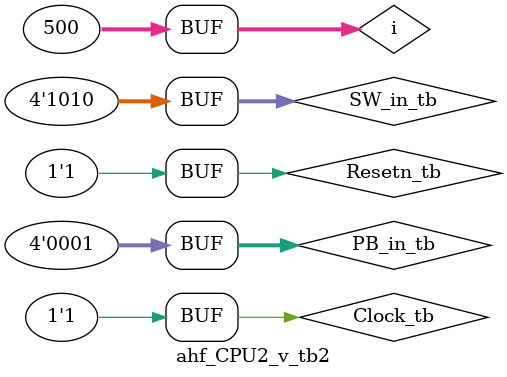
<source format=v>
module ahf_CPU2_v_tb2;
	reg	Resetn_tb, Clock_tb;
	reg	[3:0] SW_in_tb, PB_in_tb;
	wire [3:0] DHR_out_tb, DLR_out_tb;
	integer i;

dxp_CPU2_v	dut (Resetn_tb, Clock_tb, 
	SW_in_tb, PB_in_tb, 
	DHR_out_tb, DLR_out_tb);
	
initial	begin	
//----------------------------------------------------------------------------
//	Resetn_tb, Clock_tb, LD_A_tb, SW_in_tb, PB_in_tb, DHR_out_tb, DLR_out_tb
//----------------------------------------------------------------------------
//-- Test Vector 1 (40ns): Reset
//----------------------------------------------------------------------------
	apply_test_vector(0, 0, 4'b0000, 4'b0000);
//----------------------------------------------------------------------------
//-- All other test vectors
//----------------------------------------------------------------------------
	for (i=0; i<30; i=i+1)
		apply_test_vector(1, 0, 4'b0101, 4'b0001);
	for (i=0; i<30; i=i+1)
		apply_test_vector(1, 0, 4'b0101, 4'b0000);
	for (i=0; i<30; i=i+1)
		apply_test_vector(1, 0, 4'b0101, 4'b0001);
	for (i=0; i<30; i=i+1)
		apply_test_vector(1, 0, 4'b0101, 4'b0001);
	for (i=0; i<30; i=i+1)
		apply_test_vector(1, 0, 4'b1010, 4'b0000);
	for (i=0; i<30; i=i+1)
		apply_test_vector(1, 0, 4'b1010, 4'b0001);
	for (i=0; i<500; i=i+1)
		apply_test_vector(1, 0, 4'b1010, 4'b0001);
end

task apply_test_vector;
	input	Resetn_int, Clock_int;
	input	[3:0] SW_in_int, PB_in_int;
	
	begin
		Resetn_tb = Resetn_int; Clock_tb = Clock_int; 
		SW_in_tb = SW_in_int; PB_in_tb = PB_in_int;
		#20000;
		Clock_tb = 1;
		#20000;
	end
endtask
endmodule

</source>
